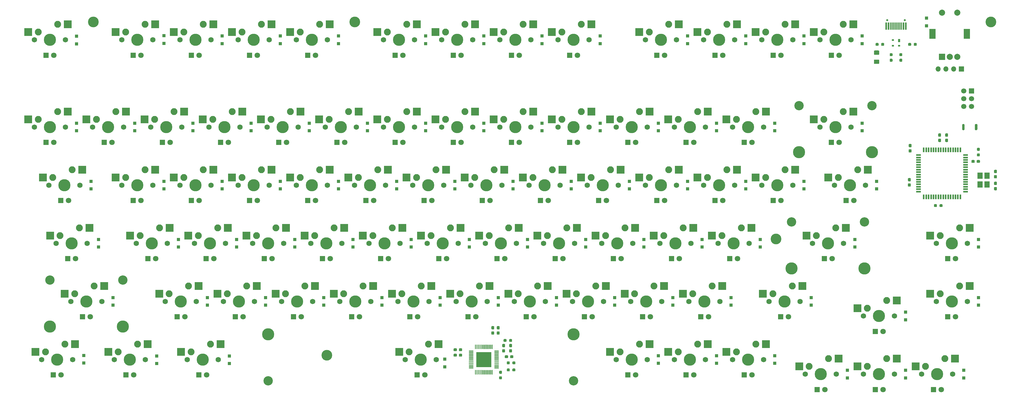
<source format=gbs>
G04 #@! TF.GenerationSoftware,KiCad,Pcbnew,(5.1.9)-1*
G04 #@! TF.CreationDate,2021-06-02T15:51:45-04:00*
G04 #@! TF.ProjectId,version1,76657273-696f-46e3-912e-6b696361645f,rev?*
G04 #@! TF.SameCoordinates,Original*
G04 #@! TF.FileFunction,Soldermask,Bot*
G04 #@! TF.FilePolarity,Negative*
%FSLAX46Y46*%
G04 Gerber Fmt 4.6, Leading zero omitted, Abs format (unit mm)*
G04 Created by KiCad (PCBNEW (5.1.9)-1) date 2021-06-02 15:51:45*
%MOMM*%
%LPD*%
G01*
G04 APERTURE LIST*
%ADD10R,2.000000X2.000000*%
%ADD11C,2.000000*%
%ADD12R,2.000000X3.200000*%
%ADD13R,2.550000X2.500000*%
%ADD14C,1.750000*%
%ADD15C,2.250000*%
%ADD16C,3.987800*%
%ADD17C,3.048000*%
%ADD18R,1.000000X1.000000*%
%ADD19C,3.500000*%
%ADD20R,0.600000X2.450000*%
%ADD21R,0.300000X2.450000*%
%ADD22C,0.650000*%
%ADD23O,1.700000X1.700000*%
%ADD24R,1.700000X1.700000*%
%ADD25R,1.500000X0.550000*%
%ADD26R,0.550000X1.500000*%
%ADD27R,5.000000X5.000000*%
%ADD28R,1.800000X2.100000*%
%ADD29R,0.700000X1.000000*%
%ADD30R,0.700000X0.600000*%
%ADD31C,1.700000*%
%ADD32C,1.800000*%
%ADD33R,1.800000X1.800000*%
G04 APERTURE END LIST*
D10*
X381793750Y-95250000D03*
D11*
X384293750Y-95250000D03*
X386793750Y-95250000D03*
D12*
X378693750Y-87750000D03*
X389893750Y-87750000D03*
D11*
X381793750Y-80750000D03*
X386793750Y-80750000D03*
G36*
G01*
X393354000Y-117492000D02*
X393354000Y-119092000D01*
G75*
G02*
X393154000Y-119292000I-200000J0D01*
G01*
X392754000Y-119292000D01*
G75*
G02*
X392554000Y-119092000I0J200000D01*
G01*
X392554000Y-117492000D01*
G75*
G02*
X392754000Y-117292000I200000J0D01*
G01*
X393154000Y-117292000D01*
G75*
G02*
X393354000Y-117492000I0J-200000D01*
G01*
G37*
G36*
G01*
X389154000Y-117492000D02*
X389154000Y-119092000D01*
G75*
G02*
X388954000Y-119292000I-200000J0D01*
G01*
X388554000Y-119292000D01*
G75*
G02*
X388354000Y-119092000I0J200000D01*
G01*
X388354000Y-117492000D01*
G75*
G02*
X388554000Y-117292000I200000J0D01*
G01*
X388954000Y-117292000D01*
G75*
G02*
X389154000Y-117492000I0J-200000D01*
G01*
G37*
G36*
G01*
X360987500Y-94616000D02*
X359737500Y-94616000D01*
G75*
G02*
X359487500Y-94366000I0J250000D01*
G01*
X359487500Y-93441000D01*
G75*
G02*
X359737500Y-93191000I250000J0D01*
G01*
X360987500Y-93191000D01*
G75*
G02*
X361237500Y-93441000I0J-250000D01*
G01*
X361237500Y-94366000D01*
G75*
G02*
X360987500Y-94616000I-250000J0D01*
G01*
G37*
G36*
G01*
X360987500Y-97591000D02*
X359737500Y-97591000D01*
G75*
G02*
X359487500Y-97341000I0J250000D01*
G01*
X359487500Y-96416000D01*
G75*
G02*
X359737500Y-96166000I250000J0D01*
G01*
X360987500Y-96166000D01*
G75*
G02*
X361237500Y-96416000I0J-250000D01*
G01*
X361237500Y-97341000D01*
G75*
G02*
X360987500Y-97591000I-250000J0D01*
G01*
G37*
G36*
G01*
X370856500Y-136723000D02*
X371331500Y-136723000D01*
G75*
G02*
X371569000Y-136960500I0J-237500D01*
G01*
X371569000Y-137560500D01*
G75*
G02*
X371331500Y-137798000I-237500J0D01*
G01*
X370856500Y-137798000D01*
G75*
G02*
X370619000Y-137560500I0J237500D01*
G01*
X370619000Y-136960500D01*
G75*
G02*
X370856500Y-136723000I237500J0D01*
G01*
G37*
G36*
G01*
X370856500Y-134998000D02*
X371331500Y-134998000D01*
G75*
G02*
X371569000Y-135235500I0J-237500D01*
G01*
X371569000Y-135835500D01*
G75*
G02*
X371331500Y-136073000I-237500J0D01*
G01*
X370856500Y-136073000D01*
G75*
G02*
X370619000Y-135835500I0J237500D01*
G01*
X370619000Y-135235500D01*
G75*
G02*
X370856500Y-134998000I237500J0D01*
G01*
G37*
D13*
X357473250Y-132238750D03*
X344546250Y-134778750D03*
D14*
X356711250Y-137318750D03*
X346551250Y-137318750D03*
D15*
X347821250Y-134778750D03*
D16*
X351631250Y-137318750D03*
D15*
X354171250Y-132238750D03*
D13*
X100298250Y-132238750D03*
X87371250Y-134778750D03*
D14*
X99536250Y-137318750D03*
X89376250Y-137318750D03*
D15*
X90646250Y-134778750D03*
D16*
X94456250Y-137318750D03*
D15*
X96996250Y-132238750D03*
D16*
X334930750Y-126523750D03*
X358806750Y-126523750D03*
D17*
X334930750Y-111283750D03*
X358806750Y-111283750D03*
D13*
X352710750Y-113188750D03*
X339783750Y-115728750D03*
D14*
X351948750Y-118268750D03*
X341788750Y-118268750D03*
D15*
X343058750Y-115728750D03*
D16*
X346868750Y-118268750D03*
D15*
X349408750Y-113188750D03*
D16*
X161137600Y-186213750D03*
X261137400Y-186213750D03*
D17*
X161137600Y-201453750D03*
X261137400Y-201453750D03*
D13*
X216979500Y-189388750D03*
X204052500Y-191928750D03*
D14*
X216217500Y-194468750D03*
X206057500Y-194468750D03*
D15*
X207327500Y-191928750D03*
D16*
X211137500Y-194468750D03*
D15*
X213677500Y-189388750D03*
D16*
X332549500Y-164623750D03*
X356425500Y-164623750D03*
D17*
X332549500Y-149383750D03*
X356425500Y-149383750D03*
D13*
X350329500Y-151288750D03*
X337402500Y-153828750D03*
D14*
X349567500Y-156368750D03*
X339407500Y-156368750D03*
D15*
X340677500Y-153828750D03*
D16*
X344487500Y-156368750D03*
D15*
X347027500Y-151288750D03*
D16*
X89662000Y-183673750D03*
X113538000Y-183673750D03*
D17*
X89662000Y-168433750D03*
X113538000Y-168433750D03*
D13*
X107442000Y-170338750D03*
X94515000Y-172878750D03*
D14*
X106680000Y-175418750D03*
X96520000Y-175418750D03*
D15*
X97790000Y-172878750D03*
D16*
X101600000Y-175418750D03*
D15*
X104140000Y-170338750D03*
D13*
X102679500Y-151288750D03*
X89752500Y-153828750D03*
D14*
X101917500Y-156368750D03*
X91757500Y-156368750D03*
D15*
X93027500Y-153828750D03*
D16*
X96837500Y-156368750D03*
D15*
X99377500Y-151288750D03*
D13*
X336042000Y-170338750D03*
X323115000Y-172878750D03*
D14*
X335280000Y-175418750D03*
X325120000Y-175418750D03*
D15*
X326390000Y-172878750D03*
D16*
X330200000Y-175418750D03*
D15*
X332740000Y-170338750D03*
D13*
X97917000Y-189388750D03*
X84990000Y-191928750D03*
D14*
X97155000Y-194468750D03*
X86995000Y-194468750D03*
D15*
X88265000Y-191928750D03*
D16*
X92075000Y-194468750D03*
D15*
X94615000Y-189388750D03*
D13*
X121729500Y-189388750D03*
X108802500Y-191928750D03*
D14*
X120967500Y-194468750D03*
X110807500Y-194468750D03*
D15*
X112077500Y-191928750D03*
D16*
X115887500Y-194468750D03*
D15*
X118427500Y-189388750D03*
D13*
X145542000Y-189388750D03*
X132615000Y-191928750D03*
D14*
X144780000Y-194468750D03*
X134620000Y-194468750D03*
D15*
X135890000Y-191928750D03*
D16*
X139700000Y-194468750D03*
D15*
X142240000Y-189388750D03*
D13*
X124110750Y-84613750D03*
X111183750Y-87153750D03*
D14*
X123348750Y-89693750D03*
X113188750Y-89693750D03*
D15*
X114458750Y-87153750D03*
D16*
X118268750Y-89693750D03*
D15*
X120808750Y-84613750D03*
D13*
X143160750Y-84613750D03*
X130233750Y-87153750D03*
D14*
X142398750Y-89693750D03*
X132238750Y-89693750D03*
D15*
X133508750Y-87153750D03*
D16*
X137318750Y-89693750D03*
D15*
X139858750Y-84613750D03*
D13*
X162210750Y-84613750D03*
X149283750Y-87153750D03*
D14*
X161448750Y-89693750D03*
X151288750Y-89693750D03*
D15*
X152558750Y-87153750D03*
D16*
X156368750Y-89693750D03*
D15*
X158908750Y-84613750D03*
D13*
X181260750Y-84613750D03*
X168333750Y-87153750D03*
D14*
X180498750Y-89693750D03*
X170338750Y-89693750D03*
D15*
X171608750Y-87153750D03*
D16*
X175418750Y-89693750D03*
D15*
X177958750Y-84613750D03*
D13*
X209835750Y-84613750D03*
X196908750Y-87153750D03*
D14*
X209073750Y-89693750D03*
X198913750Y-89693750D03*
D15*
X200183750Y-87153750D03*
D16*
X203993750Y-89693750D03*
D15*
X206533750Y-84613750D03*
D13*
X228885750Y-84613750D03*
X215958750Y-87153750D03*
D14*
X228123750Y-89693750D03*
X217963750Y-89693750D03*
D15*
X219233750Y-87153750D03*
D16*
X223043750Y-89693750D03*
D15*
X225583750Y-84613750D03*
D13*
X247935750Y-84613750D03*
X235008750Y-87153750D03*
D14*
X247173750Y-89693750D03*
X237013750Y-89693750D03*
D15*
X238283750Y-87153750D03*
D16*
X242093750Y-89693750D03*
D15*
X244633750Y-84613750D03*
D13*
X266985750Y-84613750D03*
X254058750Y-87153750D03*
D14*
X266223750Y-89693750D03*
X256063750Y-89693750D03*
D15*
X257333750Y-87153750D03*
D16*
X261143750Y-89693750D03*
D15*
X263683750Y-84613750D03*
D13*
X295560750Y-84613750D03*
X282633750Y-87153750D03*
D14*
X294798750Y-89693750D03*
X284638750Y-89693750D03*
D15*
X285908750Y-87153750D03*
D16*
X289718750Y-89693750D03*
D15*
X292258750Y-84613750D03*
D13*
X314610750Y-84613750D03*
X301683750Y-87153750D03*
D14*
X313848750Y-89693750D03*
X303688750Y-89693750D03*
D15*
X304958750Y-87153750D03*
D16*
X308768750Y-89693750D03*
D15*
X311308750Y-84613750D03*
D13*
X333660750Y-84613750D03*
X320733750Y-87153750D03*
D14*
X332898750Y-89693750D03*
X322738750Y-89693750D03*
D15*
X324008750Y-87153750D03*
D16*
X327818750Y-89693750D03*
D15*
X330358750Y-84613750D03*
D13*
X352710750Y-84613750D03*
X339783750Y-87153750D03*
D14*
X351948750Y-89693750D03*
X341788750Y-89693750D03*
D15*
X343058750Y-87153750D03*
D16*
X346868750Y-89693750D03*
D15*
X349408750Y-84613750D03*
D13*
X95535750Y-113188750D03*
X82608750Y-115728750D03*
D14*
X94773750Y-118268750D03*
X84613750Y-118268750D03*
D15*
X85883750Y-115728750D03*
D16*
X89693750Y-118268750D03*
D15*
X92233750Y-113188750D03*
D13*
X114585750Y-113188750D03*
X101658750Y-115728750D03*
D14*
X113823750Y-118268750D03*
X103663750Y-118268750D03*
D15*
X104933750Y-115728750D03*
D16*
X108743750Y-118268750D03*
D15*
X111283750Y-113188750D03*
D13*
X133635750Y-113188750D03*
X120708750Y-115728750D03*
D14*
X132873750Y-118268750D03*
X122713750Y-118268750D03*
D15*
X123983750Y-115728750D03*
D16*
X127793750Y-118268750D03*
D15*
X130333750Y-113188750D03*
D13*
X152685750Y-113188750D03*
X139758750Y-115728750D03*
D14*
X151923750Y-118268750D03*
X141763750Y-118268750D03*
D15*
X143033750Y-115728750D03*
D16*
X146843750Y-118268750D03*
D15*
X149383750Y-113188750D03*
D13*
X171735750Y-113188750D03*
X158808750Y-115728750D03*
D14*
X170973750Y-118268750D03*
X160813750Y-118268750D03*
D15*
X162083750Y-115728750D03*
D16*
X165893750Y-118268750D03*
D15*
X168433750Y-113188750D03*
D13*
X190785750Y-113188750D03*
X177858750Y-115728750D03*
D14*
X190023750Y-118268750D03*
X179863750Y-118268750D03*
D15*
X181133750Y-115728750D03*
D16*
X184943750Y-118268750D03*
D15*
X187483750Y-113188750D03*
D13*
X209835750Y-113188750D03*
X196908750Y-115728750D03*
D14*
X209073750Y-118268750D03*
X198913750Y-118268750D03*
D15*
X200183750Y-115728750D03*
D16*
X203993750Y-118268750D03*
D15*
X206533750Y-113188750D03*
D13*
X228885750Y-113188750D03*
X215958750Y-115728750D03*
D14*
X228123750Y-118268750D03*
X217963750Y-118268750D03*
D15*
X219233750Y-115728750D03*
D16*
X223043750Y-118268750D03*
D15*
X225583750Y-113188750D03*
D13*
X247935750Y-113188750D03*
X235008750Y-115728750D03*
D14*
X247173750Y-118268750D03*
X237013750Y-118268750D03*
D15*
X238283750Y-115728750D03*
D16*
X242093750Y-118268750D03*
D15*
X244633750Y-113188750D03*
D13*
X266985750Y-113188750D03*
X254058750Y-115728750D03*
D14*
X266223750Y-118268750D03*
X256063750Y-118268750D03*
D15*
X257333750Y-115728750D03*
D16*
X261143750Y-118268750D03*
D15*
X263683750Y-113188750D03*
D13*
X286035750Y-113188750D03*
X273108750Y-115728750D03*
D14*
X285273750Y-118268750D03*
X275113750Y-118268750D03*
D15*
X276383750Y-115728750D03*
D16*
X280193750Y-118268750D03*
D15*
X282733750Y-113188750D03*
D13*
X305085750Y-113188750D03*
X292158750Y-115728750D03*
D14*
X304323750Y-118268750D03*
X294163750Y-118268750D03*
D15*
X295433750Y-115728750D03*
D16*
X299243750Y-118268750D03*
D15*
X301783750Y-113188750D03*
D13*
X324135750Y-113188750D03*
X311208750Y-115728750D03*
D14*
X323373750Y-118268750D03*
X313213750Y-118268750D03*
D15*
X314483750Y-115728750D03*
D16*
X318293750Y-118268750D03*
D15*
X320833750Y-113188750D03*
D13*
X124110750Y-132238750D03*
X111183750Y-134778750D03*
D14*
X123348750Y-137318750D03*
X113188750Y-137318750D03*
D15*
X114458750Y-134778750D03*
D16*
X118268750Y-137318750D03*
D15*
X120808750Y-132238750D03*
D13*
X143160750Y-132238750D03*
X130233750Y-134778750D03*
D14*
X142398750Y-137318750D03*
X132238750Y-137318750D03*
D15*
X133508750Y-134778750D03*
D16*
X137318750Y-137318750D03*
D15*
X139858750Y-132238750D03*
D13*
X181260750Y-132238750D03*
X168333750Y-134778750D03*
D14*
X180498750Y-137318750D03*
X170338750Y-137318750D03*
D15*
X171608750Y-134778750D03*
D16*
X175418750Y-137318750D03*
D15*
X177958750Y-132238750D03*
D13*
X200310750Y-132238750D03*
X187383750Y-134778750D03*
D14*
X199548750Y-137318750D03*
X189388750Y-137318750D03*
D15*
X190658750Y-134778750D03*
D16*
X194468750Y-137318750D03*
D15*
X197008750Y-132238750D03*
D13*
X219360750Y-132238750D03*
X206433750Y-134778750D03*
D14*
X218598750Y-137318750D03*
X208438750Y-137318750D03*
D15*
X209708750Y-134778750D03*
D16*
X213518750Y-137318750D03*
D15*
X216058750Y-132238750D03*
D13*
X238410750Y-132238750D03*
X225483750Y-134778750D03*
D14*
X237648750Y-137318750D03*
X227488750Y-137318750D03*
D15*
X228758750Y-134778750D03*
D16*
X232568750Y-137318750D03*
D15*
X235108750Y-132238750D03*
D13*
X257460750Y-132238750D03*
X244533750Y-134778750D03*
D14*
X256698750Y-137318750D03*
X246538750Y-137318750D03*
D15*
X247808750Y-134778750D03*
D16*
X251618750Y-137318750D03*
D15*
X254158750Y-132238750D03*
D13*
X276510750Y-132238750D03*
X263583750Y-134778750D03*
D14*
X275748750Y-137318750D03*
X265588750Y-137318750D03*
D15*
X266858750Y-134778750D03*
D16*
X270668750Y-137318750D03*
D15*
X273208750Y-132238750D03*
D13*
X314610750Y-132238750D03*
X301683750Y-134778750D03*
D14*
X313848750Y-137318750D03*
X303688750Y-137318750D03*
D15*
X304958750Y-134778750D03*
D16*
X308768750Y-137318750D03*
D15*
X311308750Y-132238750D03*
D13*
X333660750Y-132238750D03*
X320733750Y-134778750D03*
D14*
X332898750Y-137318750D03*
X322738750Y-137318750D03*
D15*
X324008750Y-134778750D03*
D16*
X327818750Y-137318750D03*
D15*
X330358750Y-132238750D03*
D13*
X128873250Y-151288750D03*
X115946250Y-153828750D03*
D14*
X128111250Y-156368750D03*
X117951250Y-156368750D03*
D15*
X119221250Y-153828750D03*
D16*
X123031250Y-156368750D03*
D15*
X125571250Y-151288750D03*
D13*
X147923250Y-151288750D03*
X134996250Y-153828750D03*
D14*
X147161250Y-156368750D03*
X137001250Y-156368750D03*
D15*
X138271250Y-153828750D03*
D16*
X142081250Y-156368750D03*
D15*
X144621250Y-151288750D03*
D13*
X166973250Y-151288750D03*
X154046250Y-153828750D03*
D14*
X166211250Y-156368750D03*
X156051250Y-156368750D03*
D15*
X157321250Y-153828750D03*
D16*
X161131250Y-156368750D03*
D15*
X163671250Y-151288750D03*
D13*
X186023250Y-151288750D03*
X173096250Y-153828750D03*
D14*
X185261250Y-156368750D03*
X175101250Y-156368750D03*
D15*
X176371250Y-153828750D03*
D16*
X180181250Y-156368750D03*
D15*
X182721250Y-151288750D03*
D13*
X243173250Y-151288750D03*
X230246250Y-153828750D03*
D14*
X242411250Y-156368750D03*
X232251250Y-156368750D03*
D15*
X233521250Y-153828750D03*
D16*
X237331250Y-156368750D03*
D15*
X239871250Y-151288750D03*
D13*
X262223250Y-151288750D03*
X249296250Y-153828750D03*
D14*
X261461250Y-156368750D03*
X251301250Y-156368750D03*
D15*
X252571250Y-153828750D03*
D16*
X256381250Y-156368750D03*
D15*
X258921250Y-151288750D03*
D13*
X281273250Y-151288750D03*
X268346250Y-153828750D03*
D14*
X280511250Y-156368750D03*
X270351250Y-156368750D03*
D15*
X271621250Y-153828750D03*
D16*
X275431250Y-156368750D03*
D15*
X277971250Y-151288750D03*
D13*
X300323250Y-151288750D03*
X287396250Y-153828750D03*
D14*
X299561250Y-156368750D03*
X289401250Y-156368750D03*
D15*
X290671250Y-153828750D03*
D16*
X294481250Y-156368750D03*
D15*
X297021250Y-151288750D03*
D13*
X319373250Y-151288750D03*
X306446250Y-153828750D03*
D14*
X318611250Y-156368750D03*
X308451250Y-156368750D03*
D15*
X309721250Y-153828750D03*
D16*
X313531250Y-156368750D03*
D15*
X316071250Y-151288750D03*
D13*
X390810750Y-151288750D03*
X377883750Y-153828750D03*
D14*
X390048750Y-156368750D03*
X379888750Y-156368750D03*
D15*
X381158750Y-153828750D03*
D16*
X384968750Y-156368750D03*
D15*
X387508750Y-151288750D03*
D13*
X157448250Y-170338750D03*
X144521250Y-172878750D03*
D14*
X156686250Y-175418750D03*
X146526250Y-175418750D03*
D15*
X147796250Y-172878750D03*
D16*
X151606250Y-175418750D03*
D15*
X154146250Y-170338750D03*
D13*
X176498250Y-170338750D03*
X163571250Y-172878750D03*
D14*
X175736250Y-175418750D03*
X165576250Y-175418750D03*
D15*
X166846250Y-172878750D03*
D16*
X170656250Y-175418750D03*
D15*
X173196250Y-170338750D03*
D13*
X195548250Y-170338750D03*
X182621250Y-172878750D03*
D14*
X194786250Y-175418750D03*
X184626250Y-175418750D03*
D15*
X185896250Y-172878750D03*
D16*
X189706250Y-175418750D03*
D15*
X192246250Y-170338750D03*
D13*
X214598250Y-170338750D03*
X201671250Y-172878750D03*
D14*
X213836250Y-175418750D03*
X203676250Y-175418750D03*
D15*
X204946250Y-172878750D03*
D16*
X208756250Y-175418750D03*
D15*
X211296250Y-170338750D03*
D13*
X233648250Y-170338750D03*
X220721250Y-172878750D03*
D14*
X232886250Y-175418750D03*
X222726250Y-175418750D03*
D15*
X223996250Y-172878750D03*
D16*
X227806250Y-175418750D03*
D15*
X230346250Y-170338750D03*
D13*
X252698250Y-170338750D03*
X239771250Y-172878750D03*
D14*
X251936250Y-175418750D03*
X241776250Y-175418750D03*
D15*
X243046250Y-172878750D03*
D16*
X246856250Y-175418750D03*
D15*
X249396250Y-170338750D03*
D13*
X271748250Y-170338750D03*
X258821250Y-172878750D03*
D14*
X270986250Y-175418750D03*
X260826250Y-175418750D03*
D15*
X262096250Y-172878750D03*
D16*
X265906250Y-175418750D03*
D15*
X268446250Y-170338750D03*
D13*
X290798250Y-170338750D03*
X277871250Y-172878750D03*
D14*
X290036250Y-175418750D03*
X279876250Y-175418750D03*
D15*
X281146250Y-172878750D03*
D16*
X284956250Y-175418750D03*
D15*
X287496250Y-170338750D03*
D13*
X309848250Y-170338750D03*
X296921250Y-172878750D03*
D14*
X309086250Y-175418750D03*
X298926250Y-175418750D03*
D15*
X300196250Y-172878750D03*
D16*
X304006250Y-175418750D03*
D15*
X306546250Y-170338750D03*
D13*
X390810750Y-170338750D03*
X377883750Y-172878750D03*
D14*
X390048750Y-175418750D03*
X379888750Y-175418750D03*
D15*
X381158750Y-172878750D03*
D16*
X384968750Y-175418750D03*
D15*
X387508750Y-170338750D03*
D13*
X305085750Y-189388750D03*
X292158750Y-191928750D03*
D14*
X304323750Y-194468750D03*
X294163750Y-194468750D03*
D15*
X295433750Y-191928750D03*
D16*
X299243750Y-194468750D03*
D15*
X301783750Y-189388750D03*
D13*
X324135750Y-189388750D03*
X311208750Y-191928750D03*
D14*
X323373750Y-194468750D03*
X313213750Y-194468750D03*
D15*
X314483750Y-191928750D03*
D16*
X318293750Y-194468750D03*
D15*
X320833750Y-189388750D03*
D13*
X366998250Y-194151250D03*
X354071250Y-196691250D03*
D14*
X366236250Y-199231250D03*
X356076250Y-199231250D03*
D15*
X357346250Y-196691250D03*
D16*
X361156250Y-199231250D03*
D15*
X363696250Y-194151250D03*
D13*
X224123250Y-151288750D03*
X211196250Y-153828750D03*
D14*
X223361250Y-156368750D03*
X213201250Y-156368750D03*
D15*
X214471250Y-153828750D03*
D16*
X218281250Y-156368750D03*
D15*
X220821250Y-151288750D03*
D13*
X138398250Y-170338750D03*
X125471250Y-172878750D03*
D14*
X137636250Y-175418750D03*
X127476250Y-175418750D03*
D15*
X128746250Y-172878750D03*
D16*
X132556250Y-175418750D03*
D15*
X135096250Y-170338750D03*
D13*
X286035750Y-189388750D03*
X273108750Y-191928750D03*
D14*
X285273750Y-194468750D03*
X275113750Y-194468750D03*
D15*
X276383750Y-191928750D03*
D16*
X280193750Y-194468750D03*
D15*
X282733750Y-189388750D03*
D13*
X347948250Y-194151250D03*
X335021250Y-196691250D03*
D14*
X347186250Y-199231250D03*
X337026250Y-199231250D03*
D15*
X338296250Y-196691250D03*
D16*
X342106250Y-199231250D03*
D15*
X344646250Y-194151250D03*
D13*
X386048250Y-194151250D03*
X373121250Y-196691250D03*
D14*
X385286250Y-199231250D03*
X375126250Y-199231250D03*
D15*
X376396250Y-196691250D03*
D16*
X380206250Y-199231250D03*
D15*
X382746250Y-194151250D03*
D13*
X205073250Y-151288750D03*
X192146250Y-153828750D03*
D14*
X204311250Y-156368750D03*
X194151250Y-156368750D03*
D15*
X195421250Y-153828750D03*
D16*
X199231250Y-156368750D03*
D15*
X201771250Y-151288750D03*
D13*
X162210750Y-132238750D03*
X149283750Y-134778750D03*
D14*
X161448750Y-137318750D03*
X151288750Y-137318750D03*
D15*
X152558750Y-134778750D03*
D16*
X156368750Y-137318750D03*
D15*
X158908750Y-132238750D03*
D13*
X295560750Y-132238750D03*
X282633750Y-134778750D03*
D14*
X294798750Y-137318750D03*
X284638750Y-137318750D03*
D15*
X285908750Y-134778750D03*
D16*
X289718750Y-137318750D03*
D15*
X292258750Y-132238750D03*
D13*
X366998250Y-175101250D03*
X354071250Y-177641250D03*
D14*
X366236250Y-180181250D03*
X356076250Y-180181250D03*
D15*
X357346250Y-177641250D03*
D16*
X361156250Y-180181250D03*
D15*
X363696250Y-175101250D03*
D13*
X95535750Y-84613750D03*
X82608750Y-87153750D03*
D14*
X94773750Y-89693750D03*
X84613750Y-89693750D03*
D15*
X85883750Y-87153750D03*
D16*
X89693750Y-89693750D03*
D15*
X92233750Y-84613750D03*
D18*
X388937500Y-197981250D03*
X388937500Y-200481250D03*
X369887500Y-197981250D03*
X369887500Y-200481250D03*
X350837500Y-197981250D03*
X350837500Y-200481250D03*
X327025000Y-193218750D03*
X327025000Y-195718750D03*
X307975000Y-193218750D03*
X307975000Y-195718750D03*
X288925000Y-193218750D03*
X288925000Y-195718750D03*
X218948000Y-194330000D03*
X218948000Y-196830000D03*
X148431250Y-193300000D03*
X148431250Y-195800000D03*
X124618750Y-193300000D03*
X124618750Y-195800000D03*
X100806250Y-193137500D03*
X100806250Y-195637500D03*
X393700000Y-174168750D03*
X393700000Y-176668750D03*
X369887500Y-178931250D03*
X369887500Y-181431250D03*
X338931250Y-174168750D03*
X338931250Y-176668750D03*
X312737500Y-174168750D03*
X312737500Y-176668750D03*
X293687500Y-174168750D03*
X293687500Y-176668750D03*
X274637500Y-174168750D03*
X274637500Y-176668750D03*
X255587500Y-174168750D03*
X255587500Y-176668750D03*
X236537500Y-174168750D03*
X236537500Y-176668750D03*
X217487500Y-174168750D03*
X217487500Y-176668750D03*
X198437500Y-174168750D03*
X198437500Y-176668750D03*
X179387500Y-174168750D03*
X179387500Y-176668750D03*
X160337500Y-174168750D03*
X160337500Y-176668750D03*
X141287500Y-174168750D03*
X141287500Y-176668750D03*
X110331250Y-174168750D03*
X110331250Y-176668750D03*
X393700000Y-155118750D03*
X393700000Y-157618750D03*
X353218750Y-155118750D03*
X353218750Y-157618750D03*
X322262500Y-155118750D03*
X322262500Y-157618750D03*
X303212500Y-155118750D03*
X303212500Y-157618750D03*
X284162500Y-155118750D03*
X284162500Y-157618750D03*
X265112500Y-155118750D03*
X265112500Y-157618750D03*
X246062500Y-155118750D03*
X246062500Y-157618750D03*
X227012500Y-155118750D03*
X227012500Y-157618750D03*
X207962500Y-155118750D03*
X207962500Y-157618750D03*
X188912500Y-155118750D03*
X188912500Y-157618750D03*
X169862500Y-155118750D03*
X169862500Y-157618750D03*
X150812500Y-155118750D03*
X150812500Y-157618750D03*
X131762500Y-155118750D03*
X131762500Y-157618750D03*
X105568750Y-155118750D03*
X105568750Y-157618750D03*
X360362500Y-136068750D03*
X360362500Y-138568750D03*
X336550000Y-136068750D03*
X336550000Y-138568750D03*
X317500000Y-136068750D03*
X317500000Y-138568750D03*
X298450000Y-136068750D03*
X298450000Y-138568750D03*
X279400000Y-136068750D03*
X279400000Y-138568750D03*
X260350000Y-136068750D03*
X260350000Y-138568750D03*
X241300000Y-136068750D03*
X241300000Y-138568750D03*
X222250000Y-136068750D03*
X222250000Y-138568750D03*
X203200000Y-136068750D03*
X203200000Y-138568750D03*
X184150000Y-136068750D03*
X184150000Y-138568750D03*
X165100000Y-136068750D03*
X165100000Y-138568750D03*
X146050000Y-136068750D03*
X146050000Y-138568750D03*
X127000000Y-136068750D03*
X127000000Y-138568750D03*
X103187500Y-136068750D03*
X103187500Y-138568750D03*
X355600000Y-117018750D03*
X355600000Y-119518750D03*
X327025000Y-117018750D03*
X327025000Y-119518750D03*
X307975000Y-117018750D03*
X307975000Y-119518750D03*
X288925000Y-117018750D03*
X288925000Y-119518750D03*
X269875000Y-117018750D03*
X269875000Y-119518750D03*
X250825000Y-117018750D03*
X250825000Y-119518750D03*
X231775000Y-117018750D03*
X231775000Y-119518750D03*
X212725000Y-117018750D03*
X212725000Y-119518750D03*
X193675000Y-117018750D03*
X193675000Y-119518750D03*
X174625000Y-117018750D03*
X174625000Y-119518750D03*
X155575000Y-117018750D03*
X155575000Y-119518750D03*
X136525000Y-117018750D03*
X136525000Y-119518750D03*
X117475000Y-117018750D03*
X117475000Y-119518750D03*
X98425000Y-117018750D03*
X98425000Y-119518750D03*
X376682000Y-82570000D03*
X376682000Y-85070000D03*
X355600000Y-88443750D03*
X355600000Y-90943750D03*
X336550000Y-88443750D03*
X336550000Y-90943750D03*
X317500000Y-88443750D03*
X317500000Y-90943750D03*
X298450000Y-88443750D03*
X298450000Y-90943750D03*
X269875000Y-88443750D03*
X269875000Y-90943750D03*
X250825000Y-88443750D03*
X250825000Y-90943750D03*
X231775000Y-88443750D03*
X231775000Y-90943750D03*
X212725000Y-88443750D03*
X212725000Y-90943750D03*
X184150000Y-88443750D03*
X184150000Y-90943750D03*
X165100000Y-88443750D03*
X165100000Y-90943750D03*
X146050000Y-88443750D03*
X146050000Y-90943750D03*
X127000000Y-88362500D03*
X127000000Y-90862500D03*
X98425000Y-88525000D03*
X98425000Y-91025000D03*
D19*
X397764000Y-83820000D03*
D20*
X369963700Y-85188750D03*
X363461300Y-85197950D03*
X369162500Y-85188750D03*
X364262500Y-85188750D03*
D21*
X364962500Y-85188750D03*
X368462500Y-85188750D03*
X365462500Y-85188750D03*
X367962500Y-85188750D03*
X365962500Y-85188750D03*
X367462500Y-85188750D03*
X366962500Y-85188750D03*
X366462500Y-85188750D03*
D22*
X369602500Y-83243750D03*
X363822500Y-83243750D03*
D23*
X380523750Y-99218750D03*
X383063750Y-99218750D03*
X385603750Y-99218750D03*
D24*
X388143750Y-99218750D03*
G36*
G01*
X371110500Y-125547000D02*
X371585500Y-125547000D01*
G75*
G02*
X371823000Y-125784500I0J-237500D01*
G01*
X371823000Y-126384500D01*
G75*
G02*
X371585500Y-126622000I-237500J0D01*
G01*
X371110500Y-126622000D01*
G75*
G02*
X370873000Y-126384500I0J237500D01*
G01*
X370873000Y-125784500D01*
G75*
G02*
X371110500Y-125547000I237500J0D01*
G01*
G37*
G36*
G01*
X371110500Y-123822000D02*
X371585500Y-123822000D01*
G75*
G02*
X371823000Y-124059500I0J-237500D01*
G01*
X371823000Y-124659500D01*
G75*
G02*
X371585500Y-124897000I-237500J0D01*
G01*
X371110500Y-124897000D01*
G75*
G02*
X370873000Y-124659500I0J237500D01*
G01*
X370873000Y-124059500D01*
G75*
G02*
X371110500Y-123822000I237500J0D01*
G01*
G37*
G36*
G01*
X234458500Y-185237000D02*
X234933500Y-185237000D01*
G75*
G02*
X235171000Y-185474500I0J-237500D01*
G01*
X235171000Y-186074500D01*
G75*
G02*
X234933500Y-186312000I-237500J0D01*
G01*
X234458500Y-186312000D01*
G75*
G02*
X234221000Y-186074500I0J237500D01*
G01*
X234221000Y-185474500D01*
G75*
G02*
X234458500Y-185237000I237500J0D01*
G01*
G37*
G36*
G01*
X234458500Y-183512000D02*
X234933500Y-183512000D01*
G75*
G02*
X235171000Y-183749500I0J-237500D01*
G01*
X235171000Y-184349500D01*
G75*
G02*
X234933500Y-184587000I-237500J0D01*
G01*
X234458500Y-184587000D01*
G75*
G02*
X234221000Y-184349500I0J237500D01*
G01*
X234221000Y-183749500D01*
G75*
G02*
X234458500Y-183512000I237500J0D01*
G01*
G37*
D25*
X374093750Y-127445250D03*
X374093750Y-128245250D03*
X374093750Y-129045250D03*
X374093750Y-129845250D03*
X374093750Y-130645250D03*
X374093750Y-131445250D03*
X374093750Y-132245250D03*
X374093750Y-133045250D03*
X374093750Y-133845250D03*
X374093750Y-134645250D03*
X374093750Y-135445250D03*
X374093750Y-136245250D03*
X374093750Y-137045250D03*
X374093750Y-137845250D03*
X374093750Y-138645250D03*
X374093750Y-139445250D03*
D26*
X375793750Y-141145250D03*
X376593750Y-141145250D03*
X377393750Y-141145250D03*
X378193750Y-141145250D03*
X378993750Y-141145250D03*
X379793750Y-141145250D03*
X380593750Y-141145250D03*
X381393750Y-141145250D03*
X382193750Y-141145250D03*
X382993750Y-141145250D03*
X383793750Y-141145250D03*
X384593750Y-141145250D03*
X385393750Y-141145250D03*
X386193750Y-141145250D03*
X386993750Y-141145250D03*
X387793750Y-141145250D03*
D25*
X389493750Y-139445250D03*
X389493750Y-138645250D03*
X389493750Y-137845250D03*
X389493750Y-137045250D03*
X389493750Y-136245250D03*
X389493750Y-135445250D03*
X389493750Y-134645250D03*
X389493750Y-133845250D03*
X389493750Y-133045250D03*
X389493750Y-132245250D03*
X389493750Y-131445250D03*
X389493750Y-130645250D03*
X389493750Y-129845250D03*
X389493750Y-129045250D03*
X389493750Y-128245250D03*
X389493750Y-127445250D03*
D26*
X387793750Y-125745250D03*
X386993750Y-125745250D03*
X386193750Y-125745250D03*
X385393750Y-125745250D03*
X384593750Y-125745250D03*
X383793750Y-125745250D03*
X382993750Y-125745250D03*
X382193750Y-125745250D03*
X381393750Y-125745250D03*
X380593750Y-125745250D03*
X379793750Y-125745250D03*
X378993750Y-125745250D03*
X378193750Y-125745250D03*
X377393750Y-125745250D03*
X376593750Y-125745250D03*
X375793750Y-125745250D03*
G36*
G01*
X393136000Y-129777500D02*
X393136000Y-129302500D01*
G75*
G02*
X393373500Y-129065000I237500J0D01*
G01*
X393973500Y-129065000D01*
G75*
G02*
X394211000Y-129302500I0J-237500D01*
G01*
X394211000Y-129777500D01*
G75*
G02*
X393973500Y-130015000I-237500J0D01*
G01*
X393373500Y-130015000D01*
G75*
G02*
X393136000Y-129777500I0J237500D01*
G01*
G37*
G36*
G01*
X391411000Y-129777500D02*
X391411000Y-129302500D01*
G75*
G02*
X391648500Y-129065000I237500J0D01*
G01*
X392248500Y-129065000D01*
G75*
G02*
X392486000Y-129302500I0J-237500D01*
G01*
X392486000Y-129777500D01*
G75*
G02*
X392248500Y-130015000I-237500J0D01*
G01*
X391648500Y-130015000D01*
G75*
G02*
X391411000Y-129777500I0J237500D01*
G01*
G37*
D27*
X231775000Y-194468750D03*
G36*
G01*
X236600000Y-197368750D02*
X235275000Y-197368750D01*
G75*
G02*
X235200000Y-197293750I0J75000D01*
G01*
X235200000Y-197143750D01*
G75*
G02*
X235275000Y-197068750I75000J0D01*
G01*
X236600000Y-197068750D01*
G75*
G02*
X236675000Y-197143750I0J-75000D01*
G01*
X236675000Y-197293750D01*
G75*
G02*
X236600000Y-197368750I-75000J0D01*
G01*
G37*
G36*
G01*
X236600000Y-196868750D02*
X235275000Y-196868750D01*
G75*
G02*
X235200000Y-196793750I0J75000D01*
G01*
X235200000Y-196643750D01*
G75*
G02*
X235275000Y-196568750I75000J0D01*
G01*
X236600000Y-196568750D01*
G75*
G02*
X236675000Y-196643750I0J-75000D01*
G01*
X236675000Y-196793750D01*
G75*
G02*
X236600000Y-196868750I-75000J0D01*
G01*
G37*
G36*
G01*
X236600000Y-196368750D02*
X235275000Y-196368750D01*
G75*
G02*
X235200000Y-196293750I0J75000D01*
G01*
X235200000Y-196143750D01*
G75*
G02*
X235275000Y-196068750I75000J0D01*
G01*
X236600000Y-196068750D01*
G75*
G02*
X236675000Y-196143750I0J-75000D01*
G01*
X236675000Y-196293750D01*
G75*
G02*
X236600000Y-196368750I-75000J0D01*
G01*
G37*
G36*
G01*
X236600000Y-195868750D02*
X235275000Y-195868750D01*
G75*
G02*
X235200000Y-195793750I0J75000D01*
G01*
X235200000Y-195643750D01*
G75*
G02*
X235275000Y-195568750I75000J0D01*
G01*
X236600000Y-195568750D01*
G75*
G02*
X236675000Y-195643750I0J-75000D01*
G01*
X236675000Y-195793750D01*
G75*
G02*
X236600000Y-195868750I-75000J0D01*
G01*
G37*
G36*
G01*
X236600000Y-195368750D02*
X235275000Y-195368750D01*
G75*
G02*
X235200000Y-195293750I0J75000D01*
G01*
X235200000Y-195143750D01*
G75*
G02*
X235275000Y-195068750I75000J0D01*
G01*
X236600000Y-195068750D01*
G75*
G02*
X236675000Y-195143750I0J-75000D01*
G01*
X236675000Y-195293750D01*
G75*
G02*
X236600000Y-195368750I-75000J0D01*
G01*
G37*
G36*
G01*
X236600000Y-194868750D02*
X235275000Y-194868750D01*
G75*
G02*
X235200000Y-194793750I0J75000D01*
G01*
X235200000Y-194643750D01*
G75*
G02*
X235275000Y-194568750I75000J0D01*
G01*
X236600000Y-194568750D01*
G75*
G02*
X236675000Y-194643750I0J-75000D01*
G01*
X236675000Y-194793750D01*
G75*
G02*
X236600000Y-194868750I-75000J0D01*
G01*
G37*
G36*
G01*
X236600000Y-194368750D02*
X235275000Y-194368750D01*
G75*
G02*
X235200000Y-194293750I0J75000D01*
G01*
X235200000Y-194143750D01*
G75*
G02*
X235275000Y-194068750I75000J0D01*
G01*
X236600000Y-194068750D01*
G75*
G02*
X236675000Y-194143750I0J-75000D01*
G01*
X236675000Y-194293750D01*
G75*
G02*
X236600000Y-194368750I-75000J0D01*
G01*
G37*
G36*
G01*
X236600000Y-193868750D02*
X235275000Y-193868750D01*
G75*
G02*
X235200000Y-193793750I0J75000D01*
G01*
X235200000Y-193643750D01*
G75*
G02*
X235275000Y-193568750I75000J0D01*
G01*
X236600000Y-193568750D01*
G75*
G02*
X236675000Y-193643750I0J-75000D01*
G01*
X236675000Y-193793750D01*
G75*
G02*
X236600000Y-193868750I-75000J0D01*
G01*
G37*
G36*
G01*
X236600000Y-193368750D02*
X235275000Y-193368750D01*
G75*
G02*
X235200000Y-193293750I0J75000D01*
G01*
X235200000Y-193143750D01*
G75*
G02*
X235275000Y-193068750I75000J0D01*
G01*
X236600000Y-193068750D01*
G75*
G02*
X236675000Y-193143750I0J-75000D01*
G01*
X236675000Y-193293750D01*
G75*
G02*
X236600000Y-193368750I-75000J0D01*
G01*
G37*
G36*
G01*
X236600000Y-192868750D02*
X235275000Y-192868750D01*
G75*
G02*
X235200000Y-192793750I0J75000D01*
G01*
X235200000Y-192643750D01*
G75*
G02*
X235275000Y-192568750I75000J0D01*
G01*
X236600000Y-192568750D01*
G75*
G02*
X236675000Y-192643750I0J-75000D01*
G01*
X236675000Y-192793750D01*
G75*
G02*
X236600000Y-192868750I-75000J0D01*
G01*
G37*
G36*
G01*
X236600000Y-192368750D02*
X235275000Y-192368750D01*
G75*
G02*
X235200000Y-192293750I0J75000D01*
G01*
X235200000Y-192143750D01*
G75*
G02*
X235275000Y-192068750I75000J0D01*
G01*
X236600000Y-192068750D01*
G75*
G02*
X236675000Y-192143750I0J-75000D01*
G01*
X236675000Y-192293750D01*
G75*
G02*
X236600000Y-192368750I-75000J0D01*
G01*
G37*
G36*
G01*
X236600000Y-191868750D02*
X235275000Y-191868750D01*
G75*
G02*
X235200000Y-191793750I0J75000D01*
G01*
X235200000Y-191643750D01*
G75*
G02*
X235275000Y-191568750I75000J0D01*
G01*
X236600000Y-191568750D01*
G75*
G02*
X236675000Y-191643750I0J-75000D01*
G01*
X236675000Y-191793750D01*
G75*
G02*
X236600000Y-191868750I-75000J0D01*
G01*
G37*
G36*
G01*
X234600000Y-191043750D02*
X234450000Y-191043750D01*
G75*
G02*
X234375000Y-190968750I0J75000D01*
G01*
X234375000Y-189643750D01*
G75*
G02*
X234450000Y-189568750I75000J0D01*
G01*
X234600000Y-189568750D01*
G75*
G02*
X234675000Y-189643750I0J-75000D01*
G01*
X234675000Y-190968750D01*
G75*
G02*
X234600000Y-191043750I-75000J0D01*
G01*
G37*
G36*
G01*
X234100000Y-191043750D02*
X233950000Y-191043750D01*
G75*
G02*
X233875000Y-190968750I0J75000D01*
G01*
X233875000Y-189643750D01*
G75*
G02*
X233950000Y-189568750I75000J0D01*
G01*
X234100000Y-189568750D01*
G75*
G02*
X234175000Y-189643750I0J-75000D01*
G01*
X234175000Y-190968750D01*
G75*
G02*
X234100000Y-191043750I-75000J0D01*
G01*
G37*
G36*
G01*
X233600000Y-191043750D02*
X233450000Y-191043750D01*
G75*
G02*
X233375000Y-190968750I0J75000D01*
G01*
X233375000Y-189643750D01*
G75*
G02*
X233450000Y-189568750I75000J0D01*
G01*
X233600000Y-189568750D01*
G75*
G02*
X233675000Y-189643750I0J-75000D01*
G01*
X233675000Y-190968750D01*
G75*
G02*
X233600000Y-191043750I-75000J0D01*
G01*
G37*
G36*
G01*
X233100000Y-191043750D02*
X232950000Y-191043750D01*
G75*
G02*
X232875000Y-190968750I0J75000D01*
G01*
X232875000Y-189643750D01*
G75*
G02*
X232950000Y-189568750I75000J0D01*
G01*
X233100000Y-189568750D01*
G75*
G02*
X233175000Y-189643750I0J-75000D01*
G01*
X233175000Y-190968750D01*
G75*
G02*
X233100000Y-191043750I-75000J0D01*
G01*
G37*
G36*
G01*
X232600000Y-191043750D02*
X232450000Y-191043750D01*
G75*
G02*
X232375000Y-190968750I0J75000D01*
G01*
X232375000Y-189643750D01*
G75*
G02*
X232450000Y-189568750I75000J0D01*
G01*
X232600000Y-189568750D01*
G75*
G02*
X232675000Y-189643750I0J-75000D01*
G01*
X232675000Y-190968750D01*
G75*
G02*
X232600000Y-191043750I-75000J0D01*
G01*
G37*
G36*
G01*
X232100000Y-191043750D02*
X231950000Y-191043750D01*
G75*
G02*
X231875000Y-190968750I0J75000D01*
G01*
X231875000Y-189643750D01*
G75*
G02*
X231950000Y-189568750I75000J0D01*
G01*
X232100000Y-189568750D01*
G75*
G02*
X232175000Y-189643750I0J-75000D01*
G01*
X232175000Y-190968750D01*
G75*
G02*
X232100000Y-191043750I-75000J0D01*
G01*
G37*
G36*
G01*
X231600000Y-191043750D02*
X231450000Y-191043750D01*
G75*
G02*
X231375000Y-190968750I0J75000D01*
G01*
X231375000Y-189643750D01*
G75*
G02*
X231450000Y-189568750I75000J0D01*
G01*
X231600000Y-189568750D01*
G75*
G02*
X231675000Y-189643750I0J-75000D01*
G01*
X231675000Y-190968750D01*
G75*
G02*
X231600000Y-191043750I-75000J0D01*
G01*
G37*
G36*
G01*
X231100000Y-191043750D02*
X230950000Y-191043750D01*
G75*
G02*
X230875000Y-190968750I0J75000D01*
G01*
X230875000Y-189643750D01*
G75*
G02*
X230950000Y-189568750I75000J0D01*
G01*
X231100000Y-189568750D01*
G75*
G02*
X231175000Y-189643750I0J-75000D01*
G01*
X231175000Y-190968750D01*
G75*
G02*
X231100000Y-191043750I-75000J0D01*
G01*
G37*
G36*
G01*
X230600000Y-191043750D02*
X230450000Y-191043750D01*
G75*
G02*
X230375000Y-190968750I0J75000D01*
G01*
X230375000Y-189643750D01*
G75*
G02*
X230450000Y-189568750I75000J0D01*
G01*
X230600000Y-189568750D01*
G75*
G02*
X230675000Y-189643750I0J-75000D01*
G01*
X230675000Y-190968750D01*
G75*
G02*
X230600000Y-191043750I-75000J0D01*
G01*
G37*
G36*
G01*
X230100000Y-191043750D02*
X229950000Y-191043750D01*
G75*
G02*
X229875000Y-190968750I0J75000D01*
G01*
X229875000Y-189643750D01*
G75*
G02*
X229950000Y-189568750I75000J0D01*
G01*
X230100000Y-189568750D01*
G75*
G02*
X230175000Y-189643750I0J-75000D01*
G01*
X230175000Y-190968750D01*
G75*
G02*
X230100000Y-191043750I-75000J0D01*
G01*
G37*
G36*
G01*
X229600000Y-191043750D02*
X229450000Y-191043750D01*
G75*
G02*
X229375000Y-190968750I0J75000D01*
G01*
X229375000Y-189643750D01*
G75*
G02*
X229450000Y-189568750I75000J0D01*
G01*
X229600000Y-189568750D01*
G75*
G02*
X229675000Y-189643750I0J-75000D01*
G01*
X229675000Y-190968750D01*
G75*
G02*
X229600000Y-191043750I-75000J0D01*
G01*
G37*
G36*
G01*
X229100000Y-191043750D02*
X228950000Y-191043750D01*
G75*
G02*
X228875000Y-190968750I0J75000D01*
G01*
X228875000Y-189643750D01*
G75*
G02*
X228950000Y-189568750I75000J0D01*
G01*
X229100000Y-189568750D01*
G75*
G02*
X229175000Y-189643750I0J-75000D01*
G01*
X229175000Y-190968750D01*
G75*
G02*
X229100000Y-191043750I-75000J0D01*
G01*
G37*
G36*
G01*
X228275000Y-191868750D02*
X226950000Y-191868750D01*
G75*
G02*
X226875000Y-191793750I0J75000D01*
G01*
X226875000Y-191643750D01*
G75*
G02*
X226950000Y-191568750I75000J0D01*
G01*
X228275000Y-191568750D01*
G75*
G02*
X228350000Y-191643750I0J-75000D01*
G01*
X228350000Y-191793750D01*
G75*
G02*
X228275000Y-191868750I-75000J0D01*
G01*
G37*
G36*
G01*
X228275000Y-192368750D02*
X226950000Y-192368750D01*
G75*
G02*
X226875000Y-192293750I0J75000D01*
G01*
X226875000Y-192143750D01*
G75*
G02*
X226950000Y-192068750I75000J0D01*
G01*
X228275000Y-192068750D01*
G75*
G02*
X228350000Y-192143750I0J-75000D01*
G01*
X228350000Y-192293750D01*
G75*
G02*
X228275000Y-192368750I-75000J0D01*
G01*
G37*
G36*
G01*
X228275000Y-192868750D02*
X226950000Y-192868750D01*
G75*
G02*
X226875000Y-192793750I0J75000D01*
G01*
X226875000Y-192643750D01*
G75*
G02*
X226950000Y-192568750I75000J0D01*
G01*
X228275000Y-192568750D01*
G75*
G02*
X228350000Y-192643750I0J-75000D01*
G01*
X228350000Y-192793750D01*
G75*
G02*
X228275000Y-192868750I-75000J0D01*
G01*
G37*
G36*
G01*
X228275000Y-193368750D02*
X226950000Y-193368750D01*
G75*
G02*
X226875000Y-193293750I0J75000D01*
G01*
X226875000Y-193143750D01*
G75*
G02*
X226950000Y-193068750I75000J0D01*
G01*
X228275000Y-193068750D01*
G75*
G02*
X228350000Y-193143750I0J-75000D01*
G01*
X228350000Y-193293750D01*
G75*
G02*
X228275000Y-193368750I-75000J0D01*
G01*
G37*
G36*
G01*
X228275000Y-193868750D02*
X226950000Y-193868750D01*
G75*
G02*
X226875000Y-193793750I0J75000D01*
G01*
X226875000Y-193643750D01*
G75*
G02*
X226950000Y-193568750I75000J0D01*
G01*
X228275000Y-193568750D01*
G75*
G02*
X228350000Y-193643750I0J-75000D01*
G01*
X228350000Y-193793750D01*
G75*
G02*
X228275000Y-193868750I-75000J0D01*
G01*
G37*
G36*
G01*
X228275000Y-194368750D02*
X226950000Y-194368750D01*
G75*
G02*
X226875000Y-194293750I0J75000D01*
G01*
X226875000Y-194143750D01*
G75*
G02*
X226950000Y-194068750I75000J0D01*
G01*
X228275000Y-194068750D01*
G75*
G02*
X228350000Y-194143750I0J-75000D01*
G01*
X228350000Y-194293750D01*
G75*
G02*
X228275000Y-194368750I-75000J0D01*
G01*
G37*
G36*
G01*
X228275000Y-194868750D02*
X226950000Y-194868750D01*
G75*
G02*
X226875000Y-194793750I0J75000D01*
G01*
X226875000Y-194643750D01*
G75*
G02*
X226950000Y-194568750I75000J0D01*
G01*
X228275000Y-194568750D01*
G75*
G02*
X228350000Y-194643750I0J-75000D01*
G01*
X228350000Y-194793750D01*
G75*
G02*
X228275000Y-194868750I-75000J0D01*
G01*
G37*
G36*
G01*
X228275000Y-195368750D02*
X226950000Y-195368750D01*
G75*
G02*
X226875000Y-195293750I0J75000D01*
G01*
X226875000Y-195143750D01*
G75*
G02*
X226950000Y-195068750I75000J0D01*
G01*
X228275000Y-195068750D01*
G75*
G02*
X228350000Y-195143750I0J-75000D01*
G01*
X228350000Y-195293750D01*
G75*
G02*
X228275000Y-195368750I-75000J0D01*
G01*
G37*
G36*
G01*
X228275000Y-195868750D02*
X226950000Y-195868750D01*
G75*
G02*
X226875000Y-195793750I0J75000D01*
G01*
X226875000Y-195643750D01*
G75*
G02*
X226950000Y-195568750I75000J0D01*
G01*
X228275000Y-195568750D01*
G75*
G02*
X228350000Y-195643750I0J-75000D01*
G01*
X228350000Y-195793750D01*
G75*
G02*
X228275000Y-195868750I-75000J0D01*
G01*
G37*
G36*
G01*
X228275000Y-196368750D02*
X226950000Y-196368750D01*
G75*
G02*
X226875000Y-196293750I0J75000D01*
G01*
X226875000Y-196143750D01*
G75*
G02*
X226950000Y-196068750I75000J0D01*
G01*
X228275000Y-196068750D01*
G75*
G02*
X228350000Y-196143750I0J-75000D01*
G01*
X228350000Y-196293750D01*
G75*
G02*
X228275000Y-196368750I-75000J0D01*
G01*
G37*
G36*
G01*
X228275000Y-196868750D02*
X226950000Y-196868750D01*
G75*
G02*
X226875000Y-196793750I0J75000D01*
G01*
X226875000Y-196643750D01*
G75*
G02*
X226950000Y-196568750I75000J0D01*
G01*
X228275000Y-196568750D01*
G75*
G02*
X228350000Y-196643750I0J-75000D01*
G01*
X228350000Y-196793750D01*
G75*
G02*
X228275000Y-196868750I-75000J0D01*
G01*
G37*
G36*
G01*
X228275000Y-197368750D02*
X226950000Y-197368750D01*
G75*
G02*
X226875000Y-197293750I0J75000D01*
G01*
X226875000Y-197143750D01*
G75*
G02*
X226950000Y-197068750I75000J0D01*
G01*
X228275000Y-197068750D01*
G75*
G02*
X228350000Y-197143750I0J-75000D01*
G01*
X228350000Y-197293750D01*
G75*
G02*
X228275000Y-197368750I-75000J0D01*
G01*
G37*
G36*
G01*
X229100000Y-199368750D02*
X228950000Y-199368750D01*
G75*
G02*
X228875000Y-199293750I0J75000D01*
G01*
X228875000Y-197968750D01*
G75*
G02*
X228950000Y-197893750I75000J0D01*
G01*
X229100000Y-197893750D01*
G75*
G02*
X229175000Y-197968750I0J-75000D01*
G01*
X229175000Y-199293750D01*
G75*
G02*
X229100000Y-199368750I-75000J0D01*
G01*
G37*
G36*
G01*
X229600000Y-199368750D02*
X229450000Y-199368750D01*
G75*
G02*
X229375000Y-199293750I0J75000D01*
G01*
X229375000Y-197968750D01*
G75*
G02*
X229450000Y-197893750I75000J0D01*
G01*
X229600000Y-197893750D01*
G75*
G02*
X229675000Y-197968750I0J-75000D01*
G01*
X229675000Y-199293750D01*
G75*
G02*
X229600000Y-199368750I-75000J0D01*
G01*
G37*
G36*
G01*
X230100000Y-199368750D02*
X229950000Y-199368750D01*
G75*
G02*
X229875000Y-199293750I0J75000D01*
G01*
X229875000Y-197968750D01*
G75*
G02*
X229950000Y-197893750I75000J0D01*
G01*
X230100000Y-197893750D01*
G75*
G02*
X230175000Y-197968750I0J-75000D01*
G01*
X230175000Y-199293750D01*
G75*
G02*
X230100000Y-199368750I-75000J0D01*
G01*
G37*
G36*
G01*
X230600000Y-199368750D02*
X230450000Y-199368750D01*
G75*
G02*
X230375000Y-199293750I0J75000D01*
G01*
X230375000Y-197968750D01*
G75*
G02*
X230450000Y-197893750I75000J0D01*
G01*
X230600000Y-197893750D01*
G75*
G02*
X230675000Y-197968750I0J-75000D01*
G01*
X230675000Y-199293750D01*
G75*
G02*
X230600000Y-199368750I-75000J0D01*
G01*
G37*
G36*
G01*
X231100000Y-199368750D02*
X230950000Y-199368750D01*
G75*
G02*
X230875000Y-199293750I0J75000D01*
G01*
X230875000Y-197968750D01*
G75*
G02*
X230950000Y-197893750I75000J0D01*
G01*
X231100000Y-197893750D01*
G75*
G02*
X231175000Y-197968750I0J-75000D01*
G01*
X231175000Y-199293750D01*
G75*
G02*
X231100000Y-199368750I-75000J0D01*
G01*
G37*
G36*
G01*
X231600000Y-199368750D02*
X231450000Y-199368750D01*
G75*
G02*
X231375000Y-199293750I0J75000D01*
G01*
X231375000Y-197968750D01*
G75*
G02*
X231450000Y-197893750I75000J0D01*
G01*
X231600000Y-197893750D01*
G75*
G02*
X231675000Y-197968750I0J-75000D01*
G01*
X231675000Y-199293750D01*
G75*
G02*
X231600000Y-199368750I-75000J0D01*
G01*
G37*
G36*
G01*
X232100000Y-199368750D02*
X231950000Y-199368750D01*
G75*
G02*
X231875000Y-199293750I0J75000D01*
G01*
X231875000Y-197968750D01*
G75*
G02*
X231950000Y-197893750I75000J0D01*
G01*
X232100000Y-197893750D01*
G75*
G02*
X232175000Y-197968750I0J-75000D01*
G01*
X232175000Y-199293750D01*
G75*
G02*
X232100000Y-199368750I-75000J0D01*
G01*
G37*
G36*
G01*
X232600000Y-199368750D02*
X232450000Y-199368750D01*
G75*
G02*
X232375000Y-199293750I0J75000D01*
G01*
X232375000Y-197968750D01*
G75*
G02*
X232450000Y-197893750I75000J0D01*
G01*
X232600000Y-197893750D01*
G75*
G02*
X232675000Y-197968750I0J-75000D01*
G01*
X232675000Y-199293750D01*
G75*
G02*
X232600000Y-199368750I-75000J0D01*
G01*
G37*
G36*
G01*
X233100000Y-199368750D02*
X232950000Y-199368750D01*
G75*
G02*
X232875000Y-199293750I0J75000D01*
G01*
X232875000Y-197968750D01*
G75*
G02*
X232950000Y-197893750I75000J0D01*
G01*
X233100000Y-197893750D01*
G75*
G02*
X233175000Y-197968750I0J-75000D01*
G01*
X233175000Y-199293750D01*
G75*
G02*
X233100000Y-199368750I-75000J0D01*
G01*
G37*
G36*
G01*
X233600000Y-199368750D02*
X233450000Y-199368750D01*
G75*
G02*
X233375000Y-199293750I0J75000D01*
G01*
X233375000Y-197968750D01*
G75*
G02*
X233450000Y-197893750I75000J0D01*
G01*
X233600000Y-197893750D01*
G75*
G02*
X233675000Y-197968750I0J-75000D01*
G01*
X233675000Y-199293750D01*
G75*
G02*
X233600000Y-199368750I-75000J0D01*
G01*
G37*
G36*
G01*
X234100000Y-199368750D02*
X233950000Y-199368750D01*
G75*
G02*
X233875000Y-199293750I0J75000D01*
G01*
X233875000Y-197968750D01*
G75*
G02*
X233950000Y-197893750I75000J0D01*
G01*
X234100000Y-197893750D01*
G75*
G02*
X234175000Y-197968750I0J-75000D01*
G01*
X234175000Y-199293750D01*
G75*
G02*
X234100000Y-199368750I-75000J0D01*
G01*
G37*
G36*
G01*
X234600000Y-199368750D02*
X234450000Y-199368750D01*
G75*
G02*
X234375000Y-199293750I0J75000D01*
G01*
X234375000Y-197968750D01*
G75*
G02*
X234450000Y-197893750I75000J0D01*
G01*
X234600000Y-197893750D01*
G75*
G02*
X234675000Y-197968750I0J-75000D01*
G01*
X234675000Y-199293750D01*
G75*
G02*
X234600000Y-199368750I-75000J0D01*
G01*
G37*
D28*
X396508000Y-137128250D03*
X396508000Y-134228250D03*
X394208000Y-134228250D03*
X394208000Y-137128250D03*
D29*
X367712500Y-89959750D03*
D30*
X365712500Y-89759750D03*
X367712500Y-91659750D03*
X365712500Y-91659750D03*
G36*
G01*
X371685000Y-90948500D02*
X371685000Y-91423500D01*
G75*
G02*
X371447500Y-91661000I-237500J0D01*
G01*
X370947500Y-91661000D01*
G75*
G02*
X370710000Y-91423500I0J237500D01*
G01*
X370710000Y-90948500D01*
G75*
G02*
X370947500Y-90711000I237500J0D01*
G01*
X371447500Y-90711000D01*
G75*
G02*
X371685000Y-90948500I0J-237500D01*
G01*
G37*
G36*
G01*
X373510000Y-90948500D02*
X373510000Y-91423500D01*
G75*
G02*
X373272500Y-91661000I-237500J0D01*
G01*
X372772500Y-91661000D01*
G75*
G02*
X372535000Y-91423500I0J237500D01*
G01*
X372535000Y-90948500D01*
G75*
G02*
X372772500Y-90711000I237500J0D01*
G01*
X373272500Y-90711000D01*
G75*
G02*
X373510000Y-90948500I0J-237500D01*
G01*
G37*
G36*
G01*
X368537500Y-95047250D02*
X368062500Y-95047250D01*
G75*
G02*
X367825000Y-94809750I0J237500D01*
G01*
X367825000Y-94309750D01*
G75*
G02*
X368062500Y-94072250I237500J0D01*
G01*
X368537500Y-94072250D01*
G75*
G02*
X368775000Y-94309750I0J-237500D01*
G01*
X368775000Y-94809750D01*
G75*
G02*
X368537500Y-95047250I-237500J0D01*
G01*
G37*
G36*
G01*
X368537500Y-96872250D02*
X368062500Y-96872250D01*
G75*
G02*
X367825000Y-96634750I0J237500D01*
G01*
X367825000Y-96134750D01*
G75*
G02*
X368062500Y-95897250I237500J0D01*
G01*
X368537500Y-95897250D01*
G75*
G02*
X368775000Y-96134750I0J-237500D01*
G01*
X368775000Y-96634750D01*
G75*
G02*
X368537500Y-96872250I-237500J0D01*
G01*
G37*
G36*
G01*
X365362500Y-95047250D02*
X364887500Y-95047250D01*
G75*
G02*
X364650000Y-94809750I0J237500D01*
G01*
X364650000Y-94309750D01*
G75*
G02*
X364887500Y-94072250I237500J0D01*
G01*
X365362500Y-94072250D01*
G75*
G02*
X365600000Y-94309750I0J-237500D01*
G01*
X365600000Y-94809750D01*
G75*
G02*
X365362500Y-95047250I-237500J0D01*
G01*
G37*
G36*
G01*
X365362500Y-96872250D02*
X364887500Y-96872250D01*
G75*
G02*
X364650000Y-96634750I0J237500D01*
G01*
X364650000Y-96134750D01*
G75*
G02*
X364887500Y-95897250I237500J0D01*
G01*
X365362500Y-95897250D01*
G75*
G02*
X365600000Y-96134750I0J-237500D01*
G01*
X365600000Y-96634750D01*
G75*
G02*
X365362500Y-96872250I-237500J0D01*
G01*
G37*
G36*
G01*
X361867000Y-91423500D02*
X361867000Y-90948500D01*
G75*
G02*
X362104500Y-90711000I237500J0D01*
G01*
X362604500Y-90711000D01*
G75*
G02*
X362842000Y-90948500I0J-237500D01*
G01*
X362842000Y-91423500D01*
G75*
G02*
X362604500Y-91661000I-237500J0D01*
G01*
X362104500Y-91661000D01*
G75*
G02*
X361867000Y-91423500I0J237500D01*
G01*
G37*
G36*
G01*
X360042000Y-91423500D02*
X360042000Y-90948500D01*
G75*
G02*
X360279500Y-90711000I237500J0D01*
G01*
X360779500Y-90711000D01*
G75*
G02*
X361017000Y-90948500I0J-237500D01*
G01*
X361017000Y-91423500D01*
G75*
G02*
X360779500Y-91661000I-237500J0D01*
G01*
X360279500Y-91661000D01*
G75*
G02*
X360042000Y-91423500I0J237500D01*
G01*
G37*
G36*
G01*
X380980500Y-144255500D02*
X380980500Y-143780500D01*
G75*
G02*
X381218000Y-143543000I237500J0D01*
G01*
X381718000Y-143543000D01*
G75*
G02*
X381955500Y-143780500I0J-237500D01*
G01*
X381955500Y-144255500D01*
G75*
G02*
X381718000Y-144493000I-237500J0D01*
G01*
X381218000Y-144493000D01*
G75*
G02*
X380980500Y-144255500I0J237500D01*
G01*
G37*
G36*
G01*
X379155500Y-144255500D02*
X379155500Y-143780500D01*
G75*
G02*
X379393000Y-143543000I237500J0D01*
G01*
X379893000Y-143543000D01*
G75*
G02*
X380130500Y-143780500I0J-237500D01*
G01*
X380130500Y-144255500D01*
G75*
G02*
X379893000Y-144493000I-237500J0D01*
G01*
X379393000Y-144493000D01*
G75*
G02*
X379155500Y-144255500I0J237500D01*
G01*
G37*
G36*
G01*
X240050500Y-188451500D02*
X240050500Y-187976500D01*
G75*
G02*
X240288000Y-187739000I237500J0D01*
G01*
X240788000Y-187739000D01*
G75*
G02*
X241025500Y-187976500I0J-237500D01*
G01*
X241025500Y-188451500D01*
G75*
G02*
X240788000Y-188689000I-237500J0D01*
G01*
X240288000Y-188689000D01*
G75*
G02*
X240050500Y-188451500I0J237500D01*
G01*
G37*
G36*
G01*
X238225500Y-188451500D02*
X238225500Y-187976500D01*
G75*
G02*
X238463000Y-187739000I237500J0D01*
G01*
X238963000Y-187739000D01*
G75*
G02*
X239200500Y-187976500I0J-237500D01*
G01*
X239200500Y-188451500D01*
G75*
G02*
X238963000Y-188689000I-237500J0D01*
G01*
X238463000Y-188689000D01*
G75*
G02*
X238225500Y-188451500I0J237500D01*
G01*
G37*
G36*
G01*
X236998500Y-199965500D02*
X237473500Y-199965500D01*
G75*
G02*
X237711000Y-200203000I0J-237500D01*
G01*
X237711000Y-200703000D01*
G75*
G02*
X237473500Y-200940500I-237500J0D01*
G01*
X236998500Y-200940500D01*
G75*
G02*
X236761000Y-200703000I0J237500D01*
G01*
X236761000Y-200203000D01*
G75*
G02*
X236998500Y-199965500I237500J0D01*
G01*
G37*
G36*
G01*
X236998500Y-198140500D02*
X237473500Y-198140500D01*
G75*
G02*
X237711000Y-198378000I0J-237500D01*
G01*
X237711000Y-198878000D01*
G75*
G02*
X237473500Y-199115500I-237500J0D01*
G01*
X236998500Y-199115500D01*
G75*
G02*
X236761000Y-198878000I0J237500D01*
G01*
X236761000Y-198378000D01*
G75*
G02*
X236998500Y-198140500I237500J0D01*
G01*
G37*
G36*
G01*
X240265400Y-195317100D02*
X240265400Y-195792100D01*
G75*
G02*
X240027900Y-196029600I-237500J0D01*
G01*
X239527900Y-196029600D01*
G75*
G02*
X239290400Y-195792100I0J237500D01*
G01*
X239290400Y-195317100D01*
G75*
G02*
X239527900Y-195079600I237500J0D01*
G01*
X240027900Y-195079600D01*
G75*
G02*
X240265400Y-195317100I0J-237500D01*
G01*
G37*
G36*
G01*
X242090400Y-195317100D02*
X242090400Y-195792100D01*
G75*
G02*
X241852900Y-196029600I-237500J0D01*
G01*
X241352900Y-196029600D01*
G75*
G02*
X241115400Y-195792100I0J237500D01*
G01*
X241115400Y-195317100D01*
G75*
G02*
X241352900Y-195079600I237500J0D01*
G01*
X241852900Y-195079600D01*
G75*
G02*
X242090400Y-195317100I0J-237500D01*
G01*
G37*
G36*
G01*
X240263500Y-197628500D02*
X240263500Y-198103500D01*
G75*
G02*
X240026000Y-198341000I-237500J0D01*
G01*
X239526000Y-198341000D01*
G75*
G02*
X239288500Y-198103500I0J237500D01*
G01*
X239288500Y-197628500D01*
G75*
G02*
X239526000Y-197391000I237500J0D01*
G01*
X240026000Y-197391000D01*
G75*
G02*
X240263500Y-197628500I0J-237500D01*
G01*
G37*
G36*
G01*
X242088500Y-197628500D02*
X242088500Y-198103500D01*
G75*
G02*
X241851000Y-198341000I-237500J0D01*
G01*
X241351000Y-198341000D01*
G75*
G02*
X241113500Y-198103500I0J237500D01*
G01*
X241113500Y-197628500D01*
G75*
G02*
X241351000Y-197391000I237500J0D01*
G01*
X241851000Y-197391000D01*
G75*
G02*
X242088500Y-197628500I0J-237500D01*
G01*
G37*
G36*
G01*
X393937500Y-126067000D02*
X393462500Y-126067000D01*
G75*
G02*
X393225000Y-125829500I0J237500D01*
G01*
X393225000Y-125329500D01*
G75*
G02*
X393462500Y-125092000I237500J0D01*
G01*
X393937500Y-125092000D01*
G75*
G02*
X394175000Y-125329500I0J-237500D01*
G01*
X394175000Y-125829500D01*
G75*
G02*
X393937500Y-126067000I-237500J0D01*
G01*
G37*
G36*
G01*
X393937500Y-127892000D02*
X393462500Y-127892000D01*
G75*
G02*
X393225000Y-127654500I0J237500D01*
G01*
X393225000Y-127154500D01*
G75*
G02*
X393462500Y-126917000I237500J0D01*
G01*
X393937500Y-126917000D01*
G75*
G02*
X394175000Y-127154500I0J-237500D01*
G01*
X394175000Y-127654500D01*
G75*
G02*
X393937500Y-127892000I-237500J0D01*
G01*
G37*
D24*
X391414000Y-106426000D03*
D31*
X388874000Y-106426000D03*
X391414000Y-108966000D03*
X388874000Y-108966000D03*
X391414000Y-111506000D03*
X388874000Y-111506000D03*
D19*
X103886000Y-83820000D03*
X189534800Y-83820000D03*
X327406000Y-154940000D03*
X180340000Y-193040000D03*
D32*
X381508000Y-204343000D03*
D33*
X378968000Y-204343000D03*
D32*
X362458000Y-204343000D03*
D33*
X359918000Y-204343000D03*
D32*
X343408000Y-204343000D03*
D33*
X340868000Y-204343000D03*
D32*
X319532000Y-199517000D03*
D33*
X316992000Y-199517000D03*
D32*
X300482000Y-199517000D03*
D33*
X297942000Y-199517000D03*
D32*
X281432000Y-199517000D03*
D33*
X278892000Y-199517000D03*
D32*
X212471000Y-199517000D03*
D33*
X209931000Y-199517000D03*
D32*
X140970000Y-199517000D03*
D33*
X138430000Y-199517000D03*
D32*
X117094000Y-199517000D03*
D33*
X114554000Y-199517000D03*
D32*
X93345000Y-199517000D03*
D33*
X90805000Y-199517000D03*
D32*
X386207000Y-180467000D03*
D33*
X383667000Y-180467000D03*
D32*
X362458000Y-185293000D03*
D33*
X359918000Y-185293000D03*
D32*
X331470000Y-180467000D03*
D33*
X328930000Y-180467000D03*
D32*
X305308000Y-180467000D03*
D33*
X302768000Y-180467000D03*
D32*
X286258000Y-180467000D03*
D33*
X283718000Y-180467000D03*
D32*
X267208000Y-180467000D03*
D33*
X264668000Y-180467000D03*
D32*
X248158000Y-180467000D03*
D33*
X245618000Y-180467000D03*
D32*
X229108000Y-180467000D03*
D33*
X226568000Y-180467000D03*
D32*
X210058000Y-180467000D03*
D33*
X207518000Y-180467000D03*
D32*
X191008000Y-180467000D03*
D33*
X188468000Y-180467000D03*
D32*
X171958000Y-180467000D03*
D33*
X169418000Y-180467000D03*
D32*
X152908000Y-180467000D03*
D33*
X150368000Y-180467000D03*
D32*
X133858000Y-180467000D03*
D33*
X131318000Y-180467000D03*
D32*
X102870000Y-180467000D03*
D33*
X100330000Y-180467000D03*
D32*
X386207000Y-161417000D03*
D33*
X383667000Y-161417000D03*
D32*
X345821000Y-161417000D03*
D33*
X343281000Y-161417000D03*
D32*
X314833000Y-161417000D03*
D33*
X312293000Y-161417000D03*
D32*
X295783000Y-161417000D03*
D33*
X293243000Y-161417000D03*
D32*
X276733000Y-161417000D03*
D33*
X274193000Y-161417000D03*
D32*
X257683000Y-161417000D03*
D33*
X255143000Y-161417000D03*
D32*
X238633000Y-161417000D03*
D33*
X236093000Y-161417000D03*
D32*
X219583000Y-161417000D03*
D33*
X217043000Y-161417000D03*
D32*
X200533000Y-161417000D03*
D33*
X197993000Y-161417000D03*
D32*
X181483000Y-161417000D03*
D33*
X178943000Y-161417000D03*
D32*
X162433000Y-161417000D03*
D33*
X159893000Y-161417000D03*
D32*
X143383000Y-161417000D03*
D33*
X140843000Y-161417000D03*
D32*
X124333000Y-161417000D03*
D33*
X121793000Y-161417000D03*
D32*
X98044000Y-161417000D03*
D33*
X95504000Y-161417000D03*
D32*
X352933000Y-142367000D03*
D33*
X350393000Y-142367000D03*
D32*
X329057000Y-142367000D03*
D33*
X326517000Y-142367000D03*
D32*
X310007000Y-142367000D03*
D33*
X307467000Y-142367000D03*
D32*
X290957000Y-142367000D03*
D33*
X288417000Y-142367000D03*
D32*
X271907000Y-142367000D03*
D33*
X269367000Y-142367000D03*
D32*
X252857000Y-142367000D03*
D33*
X250317000Y-142367000D03*
D32*
X233807000Y-142367000D03*
D33*
X231267000Y-142367000D03*
D32*
X214757000Y-142367000D03*
D33*
X212217000Y-142367000D03*
D32*
X195707000Y-142367000D03*
D33*
X193167000Y-142367000D03*
D32*
X176657000Y-142367000D03*
D33*
X174117000Y-142367000D03*
D32*
X157607000Y-142367000D03*
D33*
X155067000Y-142367000D03*
D32*
X138557000Y-142367000D03*
D33*
X136017000Y-142367000D03*
D32*
X119507000Y-142367000D03*
D33*
X116967000Y-142367000D03*
D32*
X95758000Y-142367000D03*
D33*
X93218000Y-142367000D03*
D32*
X348107000Y-123317000D03*
D33*
X345567000Y-123317000D03*
D32*
X319532000Y-123317000D03*
D33*
X316992000Y-123317000D03*
D32*
X300482000Y-123317000D03*
D33*
X297942000Y-123317000D03*
D32*
X281432000Y-123317000D03*
D33*
X278892000Y-123317000D03*
D32*
X262382000Y-123317000D03*
D33*
X259842000Y-123317000D03*
D32*
X243332000Y-123317000D03*
D33*
X240792000Y-123317000D03*
D32*
X224282000Y-123317000D03*
D33*
X221742000Y-123317000D03*
D32*
X205232000Y-123317000D03*
D33*
X202692000Y-123317000D03*
D32*
X186182000Y-123317000D03*
D33*
X183642000Y-123317000D03*
D32*
X167132000Y-123317000D03*
D33*
X164592000Y-123317000D03*
D32*
X148082000Y-123317000D03*
D33*
X145542000Y-123317000D03*
D32*
X129032000Y-123317000D03*
D33*
X126492000Y-123317000D03*
D32*
X109982000Y-123317000D03*
D33*
X107442000Y-123317000D03*
D32*
X90932000Y-123317000D03*
D33*
X88392000Y-123317000D03*
D32*
X348107000Y-94742000D03*
D33*
X345567000Y-94742000D03*
D32*
X329057000Y-94742000D03*
D33*
X326517000Y-94742000D03*
D32*
X310007000Y-94742000D03*
D33*
X307467000Y-94742000D03*
D32*
X290957000Y-94742000D03*
D33*
X288417000Y-94742000D03*
D32*
X262382000Y-94742000D03*
D33*
X259842000Y-94742000D03*
D32*
X243332000Y-94742000D03*
D33*
X240792000Y-94742000D03*
D32*
X224282000Y-94742000D03*
D33*
X221742000Y-94742000D03*
D32*
X205232000Y-94742000D03*
D33*
X202692000Y-94742000D03*
D32*
X176657000Y-94742000D03*
D33*
X174117000Y-94742000D03*
D32*
X157607000Y-94742000D03*
D33*
X155067000Y-94742000D03*
D32*
X138557000Y-94742000D03*
D33*
X136017000Y-94742000D03*
D32*
X119507000Y-94742000D03*
D33*
X116967000Y-94742000D03*
D32*
X90932000Y-94742000D03*
D33*
X88392000Y-94742000D03*
G36*
G01*
X381237500Y-121441500D02*
X380762500Y-121441500D01*
G75*
G02*
X380525000Y-121204000I0J237500D01*
G01*
X380525000Y-120604000D01*
G75*
G02*
X380762500Y-120366500I237500J0D01*
G01*
X381237500Y-120366500D01*
G75*
G02*
X381475000Y-120604000I0J-237500D01*
G01*
X381475000Y-121204000D01*
G75*
G02*
X381237500Y-121441500I-237500J0D01*
G01*
G37*
G36*
G01*
X381237500Y-123166500D02*
X380762500Y-123166500D01*
G75*
G02*
X380525000Y-122929000I0J237500D01*
G01*
X380525000Y-122329000D01*
G75*
G02*
X380762500Y-122091500I237500J0D01*
G01*
X381237500Y-122091500D01*
G75*
G02*
X381475000Y-122329000I0J-237500D01*
G01*
X381475000Y-122929000D01*
G75*
G02*
X381237500Y-123166500I-237500J0D01*
G01*
G37*
G36*
G01*
X399050500Y-134024250D02*
X399525500Y-134024250D01*
G75*
G02*
X399763000Y-134261750I0J-237500D01*
G01*
X399763000Y-134861750D01*
G75*
G02*
X399525500Y-135099250I-237500J0D01*
G01*
X399050500Y-135099250D01*
G75*
G02*
X398813000Y-134861750I0J237500D01*
G01*
X398813000Y-134261750D01*
G75*
G02*
X399050500Y-134024250I237500J0D01*
G01*
G37*
G36*
G01*
X399050500Y-132299250D02*
X399525500Y-132299250D01*
G75*
G02*
X399763000Y-132536750I0J-237500D01*
G01*
X399763000Y-133136750D01*
G75*
G02*
X399525500Y-133374250I-237500J0D01*
G01*
X399050500Y-133374250D01*
G75*
G02*
X398813000Y-133136750I0J237500D01*
G01*
X398813000Y-132536750D01*
G75*
G02*
X399050500Y-132299250I237500J0D01*
G01*
G37*
G36*
G01*
X239705000Y-193310500D02*
X239705000Y-193785500D01*
G75*
G02*
X239467500Y-194023000I-237500J0D01*
G01*
X238867500Y-194023000D01*
G75*
G02*
X238630000Y-193785500I0J237500D01*
G01*
X238630000Y-193310500D01*
G75*
G02*
X238867500Y-193073000I237500J0D01*
G01*
X239467500Y-193073000D01*
G75*
G02*
X239705000Y-193310500I0J-237500D01*
G01*
G37*
G36*
G01*
X241430000Y-193310500D02*
X241430000Y-193785500D01*
G75*
G02*
X241192500Y-194023000I-237500J0D01*
G01*
X240592500Y-194023000D01*
G75*
G02*
X240355000Y-193785500I0J237500D01*
G01*
X240355000Y-193310500D01*
G75*
G02*
X240592500Y-193073000I237500J0D01*
G01*
X241192500Y-193073000D01*
G75*
G02*
X241430000Y-193310500I0J-237500D01*
G01*
G37*
G36*
G01*
X399525500Y-137274250D02*
X399050500Y-137274250D01*
G75*
G02*
X398813000Y-137036750I0J237500D01*
G01*
X398813000Y-136436750D01*
G75*
G02*
X399050500Y-136199250I237500J0D01*
G01*
X399525500Y-136199250D01*
G75*
G02*
X399763000Y-136436750I0J-237500D01*
G01*
X399763000Y-137036750D01*
G75*
G02*
X399525500Y-137274250I-237500J0D01*
G01*
G37*
G36*
G01*
X399525500Y-138999250D02*
X399050500Y-138999250D01*
G75*
G02*
X398813000Y-138761750I0J237500D01*
G01*
X398813000Y-138161750D01*
G75*
G02*
X399050500Y-137924250I237500J0D01*
G01*
X399525500Y-137924250D01*
G75*
G02*
X399763000Y-138161750I0J-237500D01*
G01*
X399763000Y-138761750D01*
G75*
G02*
X399525500Y-138999250I-237500J0D01*
G01*
G37*
G36*
G01*
X383523500Y-121441500D02*
X383048500Y-121441500D01*
G75*
G02*
X382811000Y-121204000I0J237500D01*
G01*
X382811000Y-120604000D01*
G75*
G02*
X383048500Y-120366500I237500J0D01*
G01*
X383523500Y-120366500D01*
G75*
G02*
X383761000Y-120604000I0J-237500D01*
G01*
X383761000Y-121204000D01*
G75*
G02*
X383523500Y-121441500I-237500J0D01*
G01*
G37*
G36*
G01*
X383523500Y-123166500D02*
X383048500Y-123166500D01*
G75*
G02*
X382811000Y-122929000I0J237500D01*
G01*
X382811000Y-122329000D01*
G75*
G02*
X383048500Y-122091500I237500J0D01*
G01*
X383523500Y-122091500D01*
G75*
G02*
X383761000Y-122329000I0J-237500D01*
G01*
X383761000Y-122929000D01*
G75*
G02*
X383523500Y-123166500I-237500J0D01*
G01*
G37*
G36*
G01*
X236236500Y-185237000D02*
X236711500Y-185237000D01*
G75*
G02*
X236949000Y-185474500I0J-237500D01*
G01*
X236949000Y-186074500D01*
G75*
G02*
X236711500Y-186312000I-237500J0D01*
G01*
X236236500Y-186312000D01*
G75*
G02*
X235999000Y-186074500I0J237500D01*
G01*
X235999000Y-185474500D01*
G75*
G02*
X236236500Y-185237000I237500J0D01*
G01*
G37*
G36*
G01*
X236236500Y-183512000D02*
X236711500Y-183512000D01*
G75*
G02*
X236949000Y-183749500I0J-237500D01*
G01*
X236949000Y-184349500D01*
G75*
G02*
X236711500Y-184587000I-237500J0D01*
G01*
X236236500Y-184587000D01*
G75*
G02*
X235999000Y-184349500I0J237500D01*
G01*
X235999000Y-183749500D01*
G75*
G02*
X236236500Y-183512000I237500J0D01*
G01*
G37*
G36*
G01*
X222941000Y-191024500D02*
X222941000Y-191499500D01*
G75*
G02*
X222703500Y-191737000I-237500J0D01*
G01*
X222103500Y-191737000D01*
G75*
G02*
X221866000Y-191499500I0J237500D01*
G01*
X221866000Y-191024500D01*
G75*
G02*
X222103500Y-190787000I237500J0D01*
G01*
X222703500Y-190787000D01*
G75*
G02*
X222941000Y-191024500I0J-237500D01*
G01*
G37*
G36*
G01*
X224666000Y-191024500D02*
X224666000Y-191499500D01*
G75*
G02*
X224428500Y-191737000I-237500J0D01*
G01*
X223828500Y-191737000D01*
G75*
G02*
X223591000Y-191499500I0J237500D01*
G01*
X223591000Y-191024500D01*
G75*
G02*
X223828500Y-190787000I237500J0D01*
G01*
X224428500Y-190787000D01*
G75*
G02*
X224666000Y-191024500I0J-237500D01*
G01*
G37*
G36*
G01*
X222941000Y-192802500D02*
X222941000Y-193277500D01*
G75*
G02*
X222703500Y-193515000I-237500J0D01*
G01*
X222103500Y-193515000D01*
G75*
G02*
X221866000Y-193277500I0J237500D01*
G01*
X221866000Y-192802500D01*
G75*
G02*
X222103500Y-192565000I237500J0D01*
G01*
X222703500Y-192565000D01*
G75*
G02*
X222941000Y-192802500I0J-237500D01*
G01*
G37*
G36*
G01*
X224666000Y-192802500D02*
X224666000Y-193277500D01*
G75*
G02*
X224428500Y-193515000I-237500J0D01*
G01*
X223828500Y-193515000D01*
G75*
G02*
X223591000Y-193277500I0J237500D01*
G01*
X223591000Y-192802500D01*
G75*
G02*
X223828500Y-192565000I237500J0D01*
G01*
X224428500Y-192565000D01*
G75*
G02*
X224666000Y-192802500I0J-237500D01*
G01*
G37*
G36*
G01*
X238489500Y-190429000D02*
X238014500Y-190429000D01*
G75*
G02*
X237777000Y-190191500I0J237500D01*
G01*
X237777000Y-189591500D01*
G75*
G02*
X238014500Y-189354000I237500J0D01*
G01*
X238489500Y-189354000D01*
G75*
G02*
X238727000Y-189591500I0J-237500D01*
G01*
X238727000Y-190191500D01*
G75*
G02*
X238489500Y-190429000I-237500J0D01*
G01*
G37*
G36*
G01*
X238489500Y-192154000D02*
X238014500Y-192154000D01*
G75*
G02*
X237777000Y-191916500I0J237500D01*
G01*
X237777000Y-191316500D01*
G75*
G02*
X238014500Y-191079000I237500J0D01*
G01*
X238489500Y-191079000D01*
G75*
G02*
X238727000Y-191316500I0J-237500D01*
G01*
X238727000Y-191916500D01*
G75*
G02*
X238489500Y-192154000I-237500J0D01*
G01*
G37*
G36*
G01*
X240775500Y-190429000D02*
X240300500Y-190429000D01*
G75*
G02*
X240063000Y-190191500I0J237500D01*
G01*
X240063000Y-189591500D01*
G75*
G02*
X240300500Y-189354000I237500J0D01*
G01*
X240775500Y-189354000D01*
G75*
G02*
X241013000Y-189591500I0J-237500D01*
G01*
X241013000Y-190191500D01*
G75*
G02*
X240775500Y-190429000I-237500J0D01*
G01*
G37*
G36*
G01*
X240775500Y-192154000D02*
X240300500Y-192154000D01*
G75*
G02*
X240063000Y-191916500I0J237500D01*
G01*
X240063000Y-191316500D01*
G75*
G02*
X240300500Y-191079000I237500J0D01*
G01*
X240775500Y-191079000D01*
G75*
G02*
X241013000Y-191316500I0J-237500D01*
G01*
X241013000Y-191916500D01*
G75*
G02*
X240775500Y-192154000I-237500J0D01*
G01*
G37*
M02*

</source>
